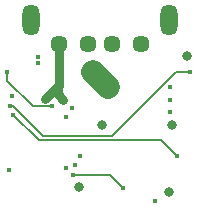
<source format=gbr>
%TF.GenerationSoftware,KiCad,Pcbnew,8.0.4*%
%TF.CreationDate,2024-07-30T13:48:39+02:00*%
%TF.ProjectId,miniCO2,6d696e69-434f-4322-9e6b-696361645f70,rev?*%
%TF.SameCoordinates,Original*%
%TF.FileFunction,Copper,L3,Inr*%
%TF.FilePolarity,Positive*%
%FSLAX46Y46*%
G04 Gerber Fmt 4.6, Leading zero omitted, Abs format (unit mm)*
G04 Created by KiCad (PCBNEW 8.0.4) date 2024-07-30 13:48:39*
%MOMM*%
%LPD*%
G01*
G04 APERTURE LIST*
%TA.AperFunction,ComponentPad*%
%ADD10C,1.450000*%
%TD*%
%TA.AperFunction,ComponentPad*%
%ADD11O,1.450000X2.650000*%
%TD*%
%TA.AperFunction,ViaPad*%
%ADD12C,0.400000*%
%TD*%
%TA.AperFunction,ViaPad*%
%ADD13C,0.800000*%
%TD*%
%TA.AperFunction,Conductor*%
%ADD14C,0.200000*%
%TD*%
%TA.AperFunction,Conductor*%
%ADD15C,0.150000*%
%TD*%
%TA.AperFunction,Conductor*%
%ADD16C,0.800000*%
%TD*%
%TA.AperFunction,Conductor*%
%ADD17C,2.000000*%
%TD*%
G04 APERTURE END LIST*
D10*
%TO.N,VBUS*%
%TO.C,J1*%
X137921900Y-82831262D03*
%TO.N,D-*%
X140421900Y-82831262D03*
%TO.N,D+*%
X142421900Y-82831262D03*
%TO.N,GND*%
X144921900Y-82831262D03*
D11*
X135571900Y-80831262D03*
X147271900Y-80831262D03*
%TD*%
D12*
%TO.N,VBUS*%
X138293400Y-87587662D03*
%TO.N,+3.3V*%
X136159800Y-83980862D03*
%TO.N,Net-(D1-DOUT)*%
X143371800Y-95055262D03*
%TO.N,SCL*%
X139309400Y-93124862D03*
%TO.N,Net-(D1-DOUT)*%
X139157000Y-93937662D03*
%TO.N,DIN*%
X146041400Y-96131262D03*
D13*
%TO.N,+3.3V*%
X147221900Y-95431262D03*
X139641400Y-95007262D03*
%TO.N,GND*%
X142128400Y-86487000D03*
X140858400Y-85217000D03*
D12*
X147304000Y-88620600D03*
%TO.N,DIN*%
X139676482Y-92351380D03*
D13*
%TO.N,+3.3V*%
X147468400Y-89763600D03*
D12*
X136159800Y-84488862D03*
D13*
X141614400Y-89763600D03*
X148781900Y-83858062D03*
D12*
X133924600Y-87282862D03*
X133684300Y-93560862D03*
%TO.N,SWDIO*%
X147921900Y-92331262D03*
X134059100Y-88836462D03*
%TO.N,D-*%
X139055400Y-88313662D03*
%TO.N,D+*%
X138521900Y-89039662D03*
%TO.N,Net-(U1-~{RESET})*%
X137310300Y-88125262D03*
X133541400Y-85231262D03*
%TO.N,SWCLK*%
X149021900Y-85231262D03*
X133805100Y-88074462D03*
%TO.N,SCL*%
X147349500Y-87617262D03*
%TO.N,SDA*%
X138496600Y-93378862D03*
X147349500Y-86499662D03*
%TO.N,VBUS*%
X136752800Y-87486062D03*
%TD*%
D14*
%TO.N,SWCLK*%
X134004207Y-88074462D02*
X133805100Y-88074462D01*
X136556945Y-90627200D02*
X134004207Y-88074462D01*
X149021900Y-85231262D02*
X147848538Y-85231262D01*
X147848538Y-85231262D02*
X142452600Y-90627200D01*
X142452600Y-90627200D02*
X136556945Y-90627200D01*
D15*
%TO.N,SWDIO*%
X136230838Y-91008200D02*
X134059100Y-88836462D01*
X146598838Y-91008200D02*
X136230838Y-91008200D01*
X147921900Y-92331262D02*
X146598838Y-91008200D01*
%TO.N,Net-(D1-DOUT)*%
X143371800Y-95055262D02*
X143271800Y-95055262D01*
X142254200Y-93937662D02*
X143371800Y-95055262D01*
X139157000Y-93937662D02*
X142254200Y-93937662D01*
D16*
%TO.N,VBUS*%
X137921900Y-86389400D02*
X137841400Y-86469900D01*
X137921900Y-83011762D02*
X137921900Y-86389400D01*
X137841400Y-82931262D02*
X137921900Y-83011762D01*
D15*
%TO.N,Net-(U1-~{RESET})*%
X135708862Y-88125262D02*
X137310300Y-88125262D01*
X133541400Y-85957800D02*
X135708862Y-88125262D01*
X133541400Y-85231262D02*
X133541400Y-85957800D01*
D16*
%TO.N,VBUS*%
X138293400Y-87587662D02*
X137841400Y-87135662D01*
X137841400Y-87135662D02*
X137841400Y-86469900D01*
X137768962Y-86469900D02*
X136752800Y-87486062D01*
X137841400Y-86469900D02*
X137768962Y-86469900D01*
D17*
%TO.N,GND*%
X140858400Y-85217000D02*
X142128400Y-86487000D01*
%TD*%
M02*

</source>
